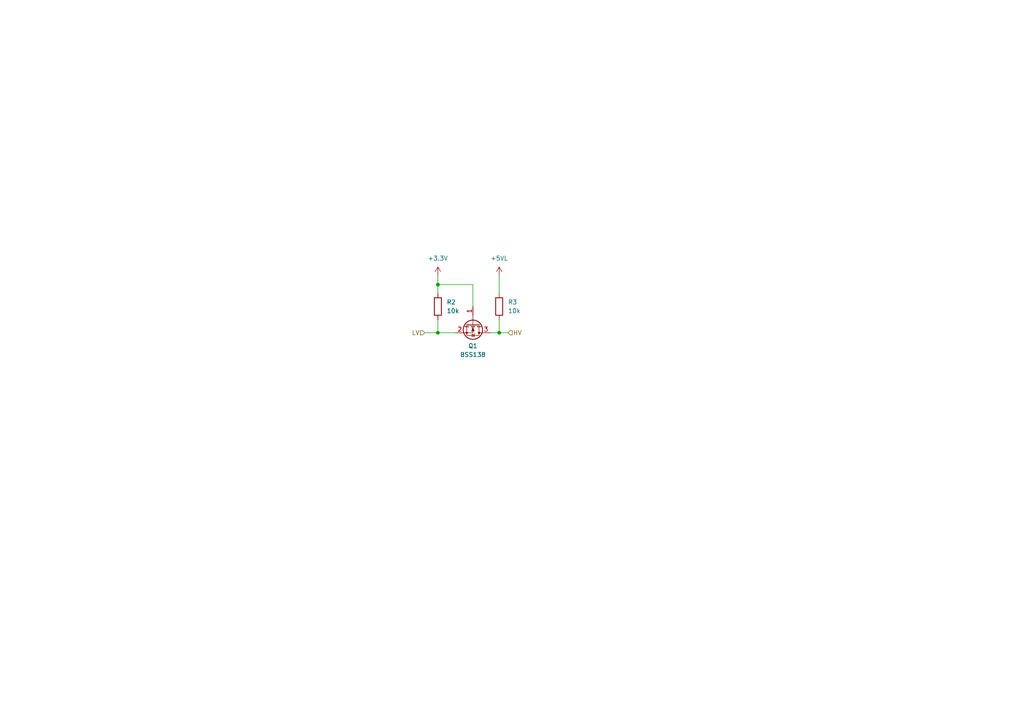
<source format=kicad_sch>
(kicad_sch (version 20230121) (generator eeschema)
  (paper "A4")
  (lib_symbols
    (symbol "Device:R" (pin_numbers hide) (pin_names (offset 0))
      (property "Reference" "R" (at 2.032 0 90))
      (property "Value" "R" (at 0 0 90))
      (symbol "R_0_1"
        (rectangle (start -1.016 -2.54) (end 1.016 2.54) (stroke (width 0.254)))
      )
      (symbol "R_1_1"
        (pin passive line (at 0 3.81 270) (length 1.27) (name "~") (number "1"))
        (pin passive line (at 0 -3.81 90) (length 1.27) (name "~") (number "2"))
      )
    )
    (symbol "Transistor_FET:BSS138" (pin_names hide)
      (property "Reference" "Q" (at 5.08 1.905 0))
      (property "Value" "BSS138" (at 5.08 0 0))
      (symbol "BSS138_0_1"
        (polyline (pts (xy 0.254 0) (xy -2.54 0)))
        (polyline (pts (xy 0.254 1.905) (xy 0.254 -1.905)) (stroke (width 0.254)))
        (polyline (pts (xy 0.762 -1.27) (xy 0.762 -2.286)) (stroke (width 0.254)))
        (polyline (pts (xy 0.762 0.508) (xy 0.762 -0.508)) (stroke (width 0.254)))
        (polyline (pts (xy 0.762 2.286) (xy 0.762 1.27)) (stroke (width 0.254)))
        (polyline (pts (xy 2.54 2.54) (xy 2.54 1.778)))
        (polyline (pts (xy 2.54 -2.54) (xy 2.54 0) (xy 0.762 0)))
        (polyline (pts (xy 0.762 -1.778) (xy 3.302 -1.778) (xy 3.302 1.778) (xy 0.762 1.778)))
        (polyline (pts (xy 1.016 0) (xy 2.032 0.381) (xy 2.032 -0.381) (xy 1.016 0)) (fill (type outline)))
        (polyline (pts (xy 2.794 0.508) (xy 2.921 0.381) (xy 3.683 0.381) (xy 3.81 0.254)))
        (polyline (pts (xy 3.302 0.381) (xy 2.921 -0.254) (xy 3.683 -0.254) (xy 3.302 0.381)))
        (circle (center 1.651 0) (radius 2.794) (stroke (width 0.254)))
        (circle (center 2.54 -1.778) (radius 0.254) (fill (type outline)))
        (circle (center 2.54 1.778) (radius 0.254) (fill (type outline)))
      )
      (symbol "BSS138_1_1"
        (pin input line (at -5.08 0 0) (length 2.54) (name "G") (number "1"))
        (pin passive line (at 2.54 -5.08 90) (length 2.54) (name "S") (number "2"))
        (pin passive line (at 2.54 5.08 270) (length 2.54) (name "D") (number "3"))
      )
    )
    (symbol "power:+3.3V" (power) (pin_names (offset 0))
      (property "Value" "+3.3V" (at 0 3.556 0))
      (symbol "+3.3V_0_1"
        (polyline (pts (xy -0.762 1.27) (xy 0 2.54)))
        (polyline (pts (xy 0 0) (xy 0 2.54)))
        (polyline (pts (xy 0 2.54) (xy 0.762 1.27)))
      )
      (symbol "+3.3V_1_1"
        (pin power_in line (at 0 0 90) (length 0) hide (name "+3.3V") (number "1"))
      )
    )
    (symbol "power:+5VL" (power) (pin_names (offset 0))
      (property "Value" "+5VL" (at 0 3.556 0))
      (symbol "+5VL_0_1"
        (polyline (pts (xy -0.762 1.27) (xy 0 2.54)))
        (polyline (pts (xy 0 0) (xy 0 2.54)))
        (polyline (pts (xy 0 2.54) (xy 0.762 1.27)))
      )
      (symbol "+5VL_1_1"
        (pin power_in line (at 0 0 90) (length 0) hide (name "+5VL") (number "1"))
      )
    )
  )
  (junction (at 127 82.55))
  (junction (at 127 96.52))
  (junction (at 144.78 96.52))
  (wire (pts (xy 144.78 92.71) (xy 144.78 96.52)))
  (wire (pts (xy 127 82.55) (xy 127 85.09)))
  (wire (pts (xy 137.16 82.55) (xy 127 82.55)))
  (wire (pts (xy 123.19 96.52) (xy 127 96.52)))
  (wire (pts (xy 127 92.71) (xy 127 96.52)))
  (wire (pts (xy 144.78 96.52) (xy 147.32 96.52)))
  (wire (pts (xy 144.78 96.52) (xy 142.24 96.52)))
  (wire (pts (xy 127 96.52) (xy 132.08 96.52)))
  (wire (pts (xy 127 80.01) (xy 127 82.55)))
  (wire (pts (xy 137.16 88.9) (xy 137.16 82.55)))
  (wire (pts (xy 144.78 80.01) (xy 144.78 85.09)))
  (hierarchical_label "LV" (shape input) (at 123.19 96.52 180))
  (hierarchical_label "HV" (shape input) (at 147.32 96.52 0))
  (symbol (lib_id "Device:R") (at 127 88.9 0) (unit 1)
    (property "Reference" "R2" (at 129.54 87.63 0) (effects (justify left)))
    (property "Value" "10k" (at 129.54 90.17 0) (effects (justify left)))
    (instances (project "InterfaceRaspiCAN" (path "" (reference "R2") (unit 1)) (path "" (reference "R4") (unit 1))))
  )
  (symbol (lib_id "Transistor_FET:BSS138") (at 137.16 93.98 270) (unit 1)
    (property "Reference" "Q1" (at 137.16 100.33 90))
    (property "Value" "BSS138" (at 137.16 102.87 90))
    (property "Footprint" "Package_TO_SOT_SMD:SOT-23" (effects hide))
    (property "Datasheet" "https://www.onsemi.com/pub/Collateral/BSS138-D.PDF" (effects hide))
    (instances (project "InterfaceRaspiCAN" (path "" (reference "Q1") (unit 1)) (path "" (reference "Q2") (unit 1))))
  )
  (symbol (lib_id "Device:R") (at 144.78 88.9 0) (unit 1)
    (property "Reference" "R3" (at 147.32 87.63 0) (effects (justify left)))
    (property "Value" "10k" (at 147.32 90.17 0) (effects (justify left)))
    (instances (project "InterfaceRaspiCAN" (path "" (reference "R3") (unit 1)) (path "" (reference "R5") (unit 1))))
  )
  (symbol (lib_id "power:+3.3V") (at 127 80.01 0) (unit 1)
    (property "Reference" "#PWR021" (effects hide))
    (property "Value" "+3.3V" (at 127 74.93 0))
    (instances (project "InterfaceRaspiCAN" (path "" (reference "#PWR021") (unit 1)) (path "" (reference "#PWR022") (unit 1))))
  )
  (symbol (lib_id "power:+5VL") (at 144.78 80.01 0) (unit 1)
    (property "Reference" "#PWR020" (effects hide))
    (property "Value" "+5VL" (at 144.78 74.93 0))
    (instances (project "InterfaceRaspiCAN" (path "" (reference "#PWR020") (unit 1)) (path "" (reference "#PWR023") (unit 1))))
  )
)
</source>
